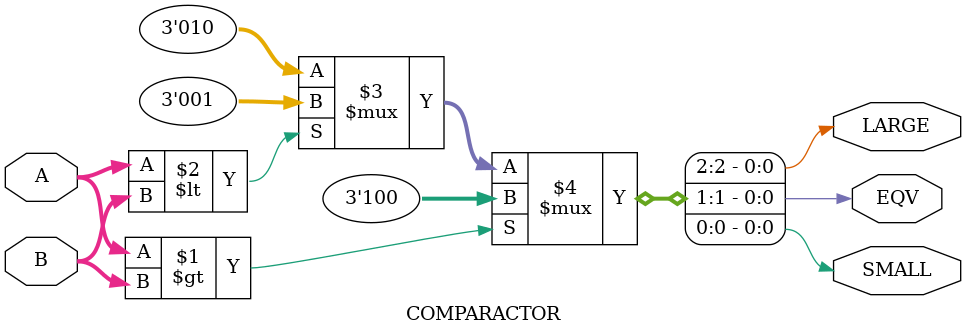
<source format=v>
module COMPARACTOR(A, B, LARGE, EQV, SMALL);
    input [4: 0] A, B;
    output LARGE, EQV, SMALL;

    assign {LARGE, EQV, SMALL} = (A > B) ? 3'b100:
                                (A < B) ? 3'b001 : 3'b010;
endmodule
</source>
